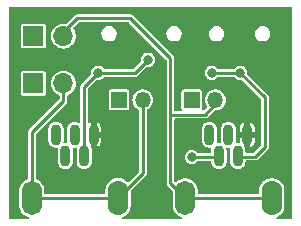
<source format=gbr>
%TF.GenerationSoftware,KiCad,Pcbnew,8.0.1*%
%TF.CreationDate,2024-04-23T13:44:48-04:00*%
%TF.ProjectId,HearingProbeBoard,48656172-696e-4675-9072-6f6265426f61,rev?*%
%TF.SameCoordinates,Original*%
%TF.FileFunction,Copper,L1,Top*%
%TF.FilePolarity,Positive*%
%FSLAX46Y46*%
G04 Gerber Fmt 4.6, Leading zero omitted, Abs format (unit mm)*
G04 Created by KiCad (PCBNEW 8.0.1) date 2024-04-23 13:44:48*
%MOMM*%
%LPD*%
G01*
G04 APERTURE LIST*
%TA.AperFunction,ComponentPad*%
%ADD10R,1.700000X1.700000*%
%TD*%
%TA.AperFunction,ComponentPad*%
%ADD11O,1.700000X1.700000*%
%TD*%
%TA.AperFunction,ComponentPad*%
%ADD12R,1.350000X1.350000*%
%TD*%
%TA.AperFunction,ComponentPad*%
%ADD13O,1.350000X1.350000*%
%TD*%
%TA.AperFunction,ComponentPad*%
%ADD14O,0.900000X1.800000*%
%TD*%
%TA.AperFunction,ComponentPad*%
%ADD15O,1.700000X2.900000*%
%TD*%
%TA.AperFunction,ComponentPad*%
%ADD16O,1.750000X2.950000*%
%TD*%
%TA.AperFunction,ViaPad*%
%ADD17C,0.800000*%
%TD*%
%TA.AperFunction,Conductor*%
%ADD18C,0.250000*%
%TD*%
G04 APERTURE END LIST*
D10*
%TO.P,J3,1,Pin_1*%
%TO.N,/SPK1+*%
X121600000Y-101500000D03*
D11*
%TO.P,J3,2,Pin_2*%
%TO.N,/SPK1-*%
X124140000Y-101500000D03*
%TD*%
D12*
%TO.P,J6,1,Pin_1*%
%TO.N,/SPK2+*%
X135000000Y-102900000D03*
D13*
%TO.P,J6,2,Pin_2*%
%TO.N,/SPK2-*%
X137000000Y-102900000D03*
%TD*%
D12*
%TO.P,J5,1,Pin_1*%
%TO.N,/SPK1+*%
X128850000Y-102900000D03*
D13*
%TO.P,J5,2,Pin_2*%
%TO.N,/SPK1-*%
X130850000Y-102900000D03*
%TD*%
D10*
%TO.P,J4,1,Pin_1*%
%TO.N,/SPK2+*%
X121600000Y-97500000D03*
D11*
%TO.P,J4,2,Pin_2*%
%TO.N,/SPK2-*%
X124140000Y-97500000D03*
%TD*%
D14*
%TO.P,J2,1,VBUS*%
%TO.N,VDD*%
X139700000Y-105850000D03*
%TO.P,J2,2,D-*%
%TO.N,/CLK_2*%
X138900000Y-107650000D03*
%TO.P,J2,3,D+*%
%TO.N,/DAT_2*%
X138100000Y-105850000D03*
%TO.P,J2,4,ID*%
%TO.N,/SPK2+*%
X137300000Y-107650000D03*
%TO.P,J2,5,GND*%
%TO.N,GND*%
X136500000Y-105850000D03*
D15*
%TO.P,J2,6,Shield*%
%TO.N,/SPK2-*%
X134450000Y-111200000D03*
D16*
X141775000Y-111225000D03*
%TD*%
D14*
%TO.P,J1,1,VBUS*%
%TO.N,VDD*%
X126700000Y-105850000D03*
%TO.P,J1,2,D-*%
%TO.N,/CLK_1*%
X125900000Y-107650000D03*
%TO.P,J1,3,D+*%
%TO.N,/DAT_1*%
X125100000Y-105850000D03*
%TO.P,J1,4,ID*%
%TO.N,/SPK1+*%
X124300000Y-107650000D03*
%TO.P,J1,5,GND*%
%TO.N,GND*%
X123500000Y-105850000D03*
D15*
%TO.P,J1,6,Shield*%
%TO.N,/SPK1-*%
X121450000Y-111200000D03*
D16*
X128750000Y-111200000D03*
%TD*%
D17*
%TO.N,VDD*%
X135300000Y-100600000D03*
X130300000Y-98800000D03*
X142100000Y-100900000D03*
%TO.N,/CLK_1*%
X127100000Y-100600000D03*
X131300000Y-99500000D03*
%TO.N,/CLK_2*%
X139100000Y-100600000D03*
X136700000Y-100600000D03*
%TO.N,/SPK2+*%
X135000000Y-107750000D03*
%TD*%
D18*
%TO.N,/CLK_1*%
X130200000Y-100600000D02*
X131300000Y-99500000D01*
X127100000Y-100600000D02*
X130200000Y-100600000D01*
X125900000Y-101800000D02*
X127100000Y-100600000D01*
X125900000Y-107350000D02*
X125900000Y-101800000D01*
%TO.N,/SPK1-*%
X121450000Y-111200000D02*
X128750000Y-111200000D01*
X130850000Y-109100000D02*
X130850000Y-102900000D01*
X128750000Y-111200000D02*
X130850000Y-109100000D01*
X124140000Y-102960000D02*
X124140000Y-101500000D01*
X121450000Y-105650000D02*
X124140000Y-102960000D01*
X121450000Y-111200000D02*
X121450000Y-105650000D01*
%TO.N,/CLK_2*%
X139250000Y-107700000D02*
X140400000Y-107700000D01*
X140400000Y-107700000D02*
X141200000Y-106900000D01*
X138900000Y-107350000D02*
X139250000Y-107700000D01*
X141200000Y-102700000D02*
X139100000Y-100600000D01*
X139100000Y-100600000D02*
X136700000Y-100600000D01*
X141200000Y-106900000D02*
X141200000Y-102700000D01*
%TO.N,/SPK2+*%
X137300000Y-107350000D02*
X136900000Y-107750000D01*
X136900000Y-107750000D02*
X135000000Y-107750000D01*
%TO.N,/SPK2-*%
X141750000Y-111200000D02*
X134450000Y-111200000D01*
X134450000Y-111200000D02*
X133200000Y-109950000D01*
X133200000Y-99400000D02*
X129800000Y-96000000D01*
X129800000Y-96000000D02*
X125300000Y-96000000D01*
X137000000Y-102900000D02*
X137000000Y-103250000D01*
X125300000Y-96000000D02*
X124140000Y-97160000D01*
X137000000Y-103250000D02*
X136100000Y-104150000D01*
X133200000Y-109950000D02*
X133200000Y-104150000D01*
X133200000Y-104150000D02*
X133200000Y-99400000D01*
X124140000Y-97160000D02*
X124140000Y-97500000D01*
X136100000Y-104150000D02*
X133200000Y-104150000D01*
%TD*%
%TA.AperFunction,Conductor*%
%TO.N,VDD*%
G36*
X143459191Y-95018907D02*
G01*
X143495155Y-95068407D01*
X143500000Y-95099000D01*
X143500000Y-112901000D01*
X143481093Y-112959191D01*
X143431593Y-112995155D01*
X143401000Y-113000000D01*
X142250289Y-113000000D01*
X142192098Y-112981093D01*
X142156134Y-112931593D01*
X142156134Y-112870407D01*
X142192098Y-112820907D01*
X142205335Y-112812794D01*
X142338685Y-112744850D01*
X142475641Y-112645346D01*
X142595346Y-112525641D01*
X142694850Y-112388685D01*
X142771705Y-112237849D01*
X142824018Y-112076847D01*
X142827978Y-112051847D01*
X142850500Y-111909647D01*
X142850500Y-110540352D01*
X142824019Y-110373157D01*
X142771706Y-110212155D01*
X142771705Y-110212151D01*
X142694850Y-110061315D01*
X142595346Y-109924359D01*
X142475641Y-109804654D01*
X142338685Y-109705150D01*
X142338684Y-109705149D01*
X142338682Y-109705148D01*
X142267851Y-109669058D01*
X142187849Y-109628295D01*
X142187846Y-109628294D01*
X142187844Y-109628293D01*
X142026842Y-109575980D01*
X141859647Y-109549500D01*
X141859644Y-109549500D01*
X141690356Y-109549500D01*
X141690353Y-109549500D01*
X141523157Y-109575980D01*
X141362155Y-109628293D01*
X141211317Y-109705148D01*
X141142837Y-109754902D01*
X141074359Y-109804654D01*
X140954654Y-109924359D01*
X140952721Y-109927020D01*
X140855148Y-110061317D01*
X140778293Y-110212155D01*
X140725980Y-110373157D01*
X140699500Y-110540352D01*
X140699500Y-110775500D01*
X140680593Y-110833691D01*
X140631093Y-110869655D01*
X140600500Y-110874500D01*
X135599500Y-110874500D01*
X135541309Y-110855593D01*
X135505345Y-110806093D01*
X135500500Y-110775500D01*
X135500500Y-110496536D01*
X135500499Y-110496532D01*
X135475958Y-110373157D01*
X135460130Y-110293580D01*
X135380941Y-110102402D01*
X135265977Y-109930345D01*
X135119655Y-109784023D01*
X135119651Y-109784020D01*
X134947597Y-109669058D01*
X134756418Y-109589869D01*
X134553467Y-109549500D01*
X134553465Y-109549500D01*
X134346535Y-109549500D01*
X134346532Y-109549500D01*
X134143581Y-109589869D01*
X133952402Y-109669058D01*
X133780345Y-109784022D01*
X133707350Y-109857016D01*
X133652833Y-109884793D01*
X133592401Y-109875221D01*
X133567343Y-109857016D01*
X133554496Y-109844169D01*
X133526719Y-109789652D01*
X133525500Y-109774165D01*
X133525500Y-107750000D01*
X134394318Y-107750000D01*
X134414955Y-107906758D01*
X134414957Y-107906766D01*
X134475462Y-108052838D01*
X134475462Y-108052839D01*
X134560810Y-108164067D01*
X134571718Y-108178282D01*
X134697159Y-108274536D01*
X134697160Y-108274536D01*
X134697161Y-108274537D01*
X134843233Y-108335042D01*
X134843238Y-108335044D01*
X134960809Y-108350522D01*
X134999999Y-108355682D01*
X135000000Y-108355682D01*
X135000001Y-108355682D01*
X135031352Y-108351554D01*
X135156762Y-108335044D01*
X135302841Y-108274536D01*
X135428282Y-108178282D01*
X135477428Y-108114232D01*
X135527852Y-108079577D01*
X135555970Y-108075500D01*
X136551048Y-108075500D01*
X136609239Y-108094407D01*
X136645203Y-108143907D01*
X136648426Y-108159322D01*
X136648551Y-108159298D01*
X136674499Y-108289742D01*
X136674500Y-108289747D01*
X136723534Y-108408125D01*
X136723538Y-108408133D01*
X136766365Y-108472226D01*
X136794724Y-108514669D01*
X136885331Y-108605276D01*
X136948848Y-108647717D01*
X136991866Y-108676461D01*
X136991870Y-108676463D01*
X136991873Y-108676465D01*
X137110256Y-108725501D01*
X137235931Y-108750500D01*
X137235932Y-108750500D01*
X137364068Y-108750500D01*
X137364069Y-108750500D01*
X137489744Y-108725501D01*
X137608127Y-108676465D01*
X137714669Y-108605276D01*
X137805276Y-108514669D01*
X137876465Y-108408127D01*
X137925501Y-108289744D01*
X137950500Y-108164069D01*
X137950500Y-107135931D01*
X137937149Y-107068813D01*
X137944340Y-107008054D01*
X137985873Y-106963123D01*
X138034247Y-106950500D01*
X138165753Y-106950500D01*
X138223944Y-106969407D01*
X138259908Y-107018907D01*
X138262851Y-107068815D01*
X138249500Y-107135930D01*
X138249500Y-108164069D01*
X138274499Y-108289742D01*
X138274500Y-108289747D01*
X138323534Y-108408125D01*
X138323538Y-108408133D01*
X138366365Y-108472226D01*
X138394724Y-108514669D01*
X138485331Y-108605276D01*
X138548848Y-108647717D01*
X138591866Y-108676461D01*
X138591870Y-108676463D01*
X138591873Y-108676465D01*
X138710256Y-108725501D01*
X138835931Y-108750500D01*
X138835932Y-108750500D01*
X138964068Y-108750500D01*
X138964069Y-108750500D01*
X139089744Y-108725501D01*
X139208127Y-108676465D01*
X139314669Y-108605276D01*
X139405276Y-108514669D01*
X139476465Y-108408127D01*
X139525501Y-108289744D01*
X139550500Y-108164069D01*
X139550500Y-108124500D01*
X139569407Y-108066309D01*
X139618907Y-108030345D01*
X139649500Y-108025500D01*
X140442851Y-108025500D01*
X140442853Y-108025500D01*
X140525639Y-108003318D01*
X140525641Y-108003316D01*
X140525643Y-108003316D01*
X140599857Y-107960468D01*
X140599857Y-107960467D01*
X140599862Y-107960465D01*
X141460465Y-107099862D01*
X141503318Y-107025639D01*
X141525500Y-106942853D01*
X141525500Y-106857147D01*
X141525500Y-102657147D01*
X141503318Y-102574362D01*
X141460465Y-102500138D01*
X141435556Y-102475229D01*
X141399862Y-102439534D01*
X141399862Y-102439535D01*
X139723292Y-100762965D01*
X139695515Y-100708448D01*
X139695143Y-100680045D01*
X139705682Y-100600000D01*
X139685044Y-100443238D01*
X139624537Y-100297161D01*
X139624537Y-100297160D01*
X139528286Y-100171723D01*
X139528285Y-100171722D01*
X139528282Y-100171718D01*
X139528277Y-100171714D01*
X139528276Y-100171713D01*
X139402838Y-100075462D01*
X139256766Y-100014957D01*
X139256758Y-100014955D01*
X139100001Y-99994318D01*
X139099999Y-99994318D01*
X138943241Y-100014955D01*
X138943233Y-100014957D01*
X138797161Y-100075462D01*
X138797160Y-100075462D01*
X138671723Y-100171713D01*
X138671714Y-100171722D01*
X138622572Y-100235767D01*
X138572148Y-100270423D01*
X138544030Y-100274500D01*
X137255970Y-100274500D01*
X137197779Y-100255593D01*
X137177428Y-100235767D01*
X137128285Y-100171722D01*
X137128282Y-100171718D01*
X137128277Y-100171714D01*
X137128276Y-100171713D01*
X137002838Y-100075462D01*
X136856766Y-100014957D01*
X136856758Y-100014955D01*
X136700001Y-99994318D01*
X136699999Y-99994318D01*
X136543241Y-100014955D01*
X136543233Y-100014957D01*
X136397161Y-100075462D01*
X136397160Y-100075462D01*
X136271723Y-100171713D01*
X136271713Y-100171723D01*
X136175462Y-100297160D01*
X136175462Y-100297161D01*
X136114957Y-100443233D01*
X136114955Y-100443241D01*
X136094318Y-100599999D01*
X136094318Y-100600000D01*
X136114955Y-100756758D01*
X136114957Y-100756766D01*
X136175462Y-100902838D01*
X136175462Y-100902839D01*
X136271713Y-101028276D01*
X136271718Y-101028282D01*
X136397159Y-101124536D01*
X136543238Y-101185044D01*
X136660809Y-101200522D01*
X136699999Y-101205682D01*
X136700000Y-101205682D01*
X136700001Y-101205682D01*
X136731352Y-101201554D01*
X136856762Y-101185044D01*
X137002841Y-101124536D01*
X137128282Y-101028282D01*
X137177428Y-100964232D01*
X137227852Y-100929577D01*
X137255970Y-100925500D01*
X138544030Y-100925500D01*
X138602221Y-100944407D01*
X138622570Y-100964231D01*
X138671718Y-101028282D01*
X138797159Y-101124536D01*
X138943238Y-101185044D01*
X139100000Y-101205682D01*
X139180041Y-101195143D01*
X139240198Y-101206292D01*
X139262965Y-101223292D01*
X140845504Y-102805831D01*
X140873281Y-102860348D01*
X140874500Y-102875835D01*
X140874500Y-106724165D01*
X140855593Y-106782356D01*
X140845504Y-106794169D01*
X140294169Y-107345504D01*
X140239652Y-107373281D01*
X140224165Y-107374500D01*
X139649500Y-107374500D01*
X139591309Y-107355593D01*
X139555345Y-107306093D01*
X139550500Y-107275500D01*
X139550500Y-107135932D01*
X139550500Y-107135931D01*
X139525501Y-107010256D01*
X139476465Y-106891873D01*
X139466683Y-106877233D01*
X139450000Y-106822233D01*
X139450000Y-106394975D01*
X139485095Y-106430070D01*
X139564905Y-106476148D01*
X139653922Y-106500000D01*
X139746078Y-106500000D01*
X139835095Y-106476148D01*
X139914905Y-106430070D01*
X139950000Y-106394975D01*
X139950000Y-106900000D01*
X140007887Y-106876023D01*
X140114347Y-106804890D01*
X140204890Y-106714347D01*
X140276022Y-106607889D01*
X140325019Y-106489601D01*
X140325021Y-106489595D01*
X140349999Y-106364021D01*
X140350000Y-106364017D01*
X140350000Y-106100001D01*
X140349999Y-106100000D01*
X140048949Y-106100000D01*
X140026148Y-106014905D01*
X139980070Y-105935095D01*
X139914905Y-105869930D01*
X139835095Y-105823852D01*
X139746078Y-105800000D01*
X139653922Y-105800000D01*
X139564905Y-105823852D01*
X139485095Y-105869930D01*
X139419930Y-105935095D01*
X139373852Y-106014905D01*
X139351051Y-106100000D01*
X139050001Y-106100000D01*
X139050000Y-106100001D01*
X139050000Y-106364022D01*
X139063360Y-106431186D01*
X139056168Y-106491948D01*
X139014635Y-106536877D01*
X138966262Y-106549500D01*
X138834247Y-106549500D01*
X138776056Y-106530593D01*
X138740092Y-106481093D01*
X138737149Y-106431185D01*
X138737371Y-106430070D01*
X138750500Y-106364069D01*
X138750500Y-105599999D01*
X139050000Y-105599999D01*
X139050001Y-105600000D01*
X139449999Y-105600000D01*
X139450000Y-105599999D01*
X139450000Y-104799998D01*
X139950000Y-104799998D01*
X139950000Y-105599999D01*
X139950001Y-105600000D01*
X140349999Y-105600000D01*
X140350000Y-105599999D01*
X140350000Y-105335982D01*
X140349999Y-105335978D01*
X140325021Y-105210404D01*
X140325019Y-105210398D01*
X140276022Y-105092110D01*
X140204890Y-104985652D01*
X140114347Y-104895109D01*
X140007895Y-104823981D01*
X140007890Y-104823978D01*
X139950000Y-104799998D01*
X139450000Y-104799998D01*
X139449999Y-104799998D01*
X139392109Y-104823978D01*
X139392104Y-104823981D01*
X139285652Y-104895109D01*
X139195109Y-104985652D01*
X139123977Y-105092110D01*
X139074980Y-105210398D01*
X139074978Y-105210404D01*
X139050000Y-105335978D01*
X139050000Y-105599999D01*
X138750500Y-105599999D01*
X138750500Y-105335931D01*
X138725501Y-105210256D01*
X138676465Y-105091873D01*
X138676463Y-105091870D01*
X138676461Y-105091866D01*
X138647717Y-105048848D01*
X138605276Y-104985331D01*
X138514669Y-104894724D01*
X138472226Y-104866365D01*
X138408133Y-104823538D01*
X138408125Y-104823534D01*
X138289747Y-104774500D01*
X138289745Y-104774499D01*
X138289744Y-104774499D01*
X138164069Y-104749500D01*
X138035931Y-104749500D01*
X138035930Y-104749500D01*
X137973093Y-104761999D01*
X137910256Y-104774499D01*
X137910255Y-104774499D01*
X137910252Y-104774500D01*
X137791874Y-104823534D01*
X137791866Y-104823538D01*
X137685331Y-104894724D01*
X137685327Y-104894727D01*
X137594727Y-104985327D01*
X137594724Y-104985331D01*
X137523538Y-105091866D01*
X137523534Y-105091874D01*
X137474500Y-105210252D01*
X137474499Y-105210257D01*
X137449500Y-105335930D01*
X137449500Y-106364069D01*
X137462851Y-106431185D01*
X137455660Y-106491946D01*
X137414127Y-106536877D01*
X137365753Y-106549500D01*
X137234247Y-106549500D01*
X137176056Y-106530593D01*
X137140092Y-106481093D01*
X137137149Y-106431185D01*
X137137371Y-106430070D01*
X137150500Y-106364069D01*
X137150500Y-105335931D01*
X137125501Y-105210256D01*
X137076465Y-105091873D01*
X137076463Y-105091870D01*
X137076461Y-105091866D01*
X137047717Y-105048848D01*
X137005276Y-104985331D01*
X136914669Y-104894724D01*
X136872226Y-104866365D01*
X136808133Y-104823538D01*
X136808125Y-104823534D01*
X136689747Y-104774500D01*
X136689745Y-104774499D01*
X136689744Y-104774499D01*
X136564069Y-104749500D01*
X136435931Y-104749500D01*
X136435930Y-104749500D01*
X136373093Y-104761999D01*
X136310256Y-104774499D01*
X136310255Y-104774499D01*
X136310252Y-104774500D01*
X136191874Y-104823534D01*
X136191866Y-104823538D01*
X136085331Y-104894724D01*
X136085327Y-104894727D01*
X135994727Y-104985327D01*
X135994724Y-104985331D01*
X135923538Y-105091866D01*
X135923534Y-105091874D01*
X135874500Y-105210252D01*
X135874499Y-105210255D01*
X135874499Y-105210256D01*
X135849500Y-105335931D01*
X135849500Y-106364069D01*
X135874469Y-106489595D01*
X135874499Y-106489742D01*
X135874500Y-106489747D01*
X135923534Y-106608125D01*
X135923538Y-106608133D01*
X135933830Y-106623535D01*
X135994724Y-106714669D01*
X136085331Y-106805276D01*
X136148848Y-106847717D01*
X136191866Y-106876461D01*
X136191870Y-106876463D01*
X136191873Y-106876465D01*
X136310256Y-106925501D01*
X136435931Y-106950500D01*
X136435932Y-106950500D01*
X136565753Y-106950500D01*
X136623944Y-106969407D01*
X136659908Y-107018907D01*
X136662851Y-107068815D01*
X136649500Y-107135930D01*
X136649500Y-107325500D01*
X136630593Y-107383691D01*
X136581093Y-107419655D01*
X136550500Y-107424500D01*
X135555970Y-107424500D01*
X135497779Y-107405593D01*
X135477428Y-107385767D01*
X135446533Y-107345504D01*
X135428282Y-107321718D01*
X135428277Y-107321714D01*
X135428276Y-107321713D01*
X135302838Y-107225462D01*
X135156766Y-107164957D01*
X135156758Y-107164955D01*
X135000001Y-107144318D01*
X134999999Y-107144318D01*
X134843241Y-107164955D01*
X134843233Y-107164957D01*
X134697161Y-107225462D01*
X134697160Y-107225462D01*
X134571723Y-107321713D01*
X134571713Y-107321723D01*
X134475462Y-107447160D01*
X134475462Y-107447161D01*
X134414957Y-107593233D01*
X134414955Y-107593241D01*
X134394318Y-107749999D01*
X134394318Y-107750000D01*
X133525500Y-107750000D01*
X133525500Y-104574500D01*
X133544407Y-104516309D01*
X133593907Y-104480345D01*
X133624500Y-104475500D01*
X136142851Y-104475500D01*
X136142853Y-104475500D01*
X136225639Y-104453318D01*
X136225641Y-104453316D01*
X136225643Y-104453316D01*
X136299857Y-104410468D01*
X136299857Y-104410467D01*
X136299862Y-104410465D01*
X136905831Y-103804496D01*
X136960348Y-103776719D01*
X136975835Y-103775500D01*
X137092017Y-103775500D01*
X137092019Y-103775500D01*
X137272034Y-103737236D01*
X137440161Y-103662381D01*
X137589050Y-103554207D01*
X137712195Y-103417440D01*
X137804214Y-103258059D01*
X137861085Y-103083029D01*
X137880322Y-102900000D01*
X137861085Y-102716971D01*
X137804214Y-102541941D01*
X137804211Y-102541936D01*
X137804209Y-102541931D01*
X137756935Y-102460052D01*
X137712195Y-102382560D01*
X137589050Y-102245793D01*
X137440161Y-102137619D01*
X137440157Y-102137617D01*
X137440154Y-102137615D01*
X137272036Y-102062765D01*
X137272034Y-102062764D01*
X137272031Y-102062763D01*
X137272030Y-102062763D01*
X137225135Y-102052795D01*
X137092019Y-102024500D01*
X136907981Y-102024500D01*
X136810797Y-102045157D01*
X136727969Y-102062763D01*
X136727963Y-102062765D01*
X136559845Y-102137615D01*
X136559842Y-102137617D01*
X136410948Y-102245794D01*
X136287803Y-102382562D01*
X136287803Y-102382563D01*
X136195790Y-102541931D01*
X136195784Y-102541945D01*
X136138916Y-102716965D01*
X136138915Y-102716969D01*
X136138915Y-102716971D01*
X136127543Y-102825173D01*
X136119678Y-102900000D01*
X136138916Y-103083034D01*
X136195784Y-103258054D01*
X136195790Y-103258068D01*
X136280724Y-103405176D01*
X136293446Y-103465024D01*
X136268560Y-103520920D01*
X136264992Y-103524680D01*
X136023058Y-103766614D01*
X135968541Y-103794391D01*
X135908109Y-103784820D01*
X135864844Y-103741555D01*
X135855273Y-103681123D01*
X135861592Y-103658719D01*
X135863860Y-103653240D01*
X135863867Y-103653231D01*
X135875500Y-103594748D01*
X135875500Y-102205252D01*
X135863867Y-102146769D01*
X135819552Y-102080448D01*
X135793088Y-102062765D01*
X135753233Y-102036134D01*
X135753231Y-102036133D01*
X135753228Y-102036132D01*
X135753227Y-102036132D01*
X135694758Y-102024501D01*
X135694748Y-102024500D01*
X134305252Y-102024500D01*
X134305251Y-102024500D01*
X134305241Y-102024501D01*
X134246772Y-102036132D01*
X134246766Y-102036134D01*
X134180451Y-102080445D01*
X134180445Y-102080451D01*
X134136134Y-102146766D01*
X134136132Y-102146772D01*
X134124501Y-102205241D01*
X134124500Y-102205253D01*
X134124500Y-103594746D01*
X134124501Y-103594758D01*
X134136131Y-103653223D01*
X134136133Y-103653231D01*
X134147671Y-103670499D01*
X134164280Y-103729385D01*
X134143103Y-103786789D01*
X134092230Y-103820783D01*
X134065356Y-103824500D01*
X133624500Y-103824500D01*
X133566309Y-103805593D01*
X133530345Y-103756093D01*
X133525500Y-103725500D01*
X133525500Y-99357148D01*
X133525500Y-99357147D01*
X133503318Y-99274362D01*
X133503318Y-99274361D01*
X133503318Y-99274360D01*
X133460468Y-99200142D01*
X133460466Y-99200140D01*
X133460465Y-99200138D01*
X131624396Y-97364069D01*
X132849500Y-97364069D01*
X132874499Y-97489742D01*
X132874500Y-97489747D01*
X132923534Y-97608125D01*
X132923538Y-97608133D01*
X132966365Y-97672226D01*
X132994724Y-97714669D01*
X133085331Y-97805276D01*
X133148848Y-97847717D01*
X133191866Y-97876461D01*
X133191870Y-97876463D01*
X133191873Y-97876465D01*
X133310256Y-97925501D01*
X133435931Y-97950500D01*
X133435932Y-97950500D01*
X133564068Y-97950500D01*
X133564069Y-97950500D01*
X133689744Y-97925501D01*
X133808127Y-97876465D01*
X133914669Y-97805276D01*
X134005276Y-97714669D01*
X134076465Y-97608127D01*
X134125501Y-97489744D01*
X134150500Y-97364069D01*
X136449500Y-97364069D01*
X136474499Y-97489742D01*
X136474500Y-97489747D01*
X136523534Y-97608125D01*
X136523538Y-97608133D01*
X136566365Y-97672226D01*
X136594724Y-97714669D01*
X136685331Y-97805276D01*
X136748848Y-97847717D01*
X136791866Y-97876461D01*
X136791870Y-97876463D01*
X136791873Y-97876465D01*
X136910256Y-97925501D01*
X137035931Y-97950500D01*
X137035932Y-97950500D01*
X137164068Y-97950500D01*
X137164069Y-97950500D01*
X137289744Y-97925501D01*
X137408127Y-97876465D01*
X137514669Y-97805276D01*
X137605276Y-97714669D01*
X137676465Y-97608127D01*
X137725501Y-97489744D01*
X137750500Y-97364069D01*
X140349500Y-97364069D01*
X140374499Y-97489742D01*
X140374500Y-97489747D01*
X140423534Y-97608125D01*
X140423538Y-97608133D01*
X140466365Y-97672226D01*
X140494724Y-97714669D01*
X140585331Y-97805276D01*
X140648848Y-97847717D01*
X140691866Y-97876461D01*
X140691870Y-97876463D01*
X140691873Y-97876465D01*
X140810256Y-97925501D01*
X140935931Y-97950500D01*
X140935932Y-97950500D01*
X141064068Y-97950500D01*
X141064069Y-97950500D01*
X141189744Y-97925501D01*
X141308127Y-97876465D01*
X141414669Y-97805276D01*
X141505276Y-97714669D01*
X141576465Y-97608127D01*
X141625501Y-97489744D01*
X141650500Y-97364069D01*
X141650500Y-97235931D01*
X141625501Y-97110256D01*
X141576465Y-96991873D01*
X141576463Y-96991870D01*
X141576461Y-96991866D01*
X141524129Y-96913547D01*
X141505276Y-96885331D01*
X141414669Y-96794724D01*
X141353108Y-96753590D01*
X141308133Y-96723538D01*
X141308125Y-96723534D01*
X141189747Y-96674500D01*
X141189745Y-96674499D01*
X141189744Y-96674499D01*
X141064069Y-96649500D01*
X140935931Y-96649500D01*
X140935930Y-96649500D01*
X140873093Y-96661999D01*
X140810256Y-96674499D01*
X140810255Y-96674499D01*
X140810252Y-96674500D01*
X140691874Y-96723534D01*
X140691866Y-96723538D01*
X140585331Y-96794724D01*
X140585327Y-96794727D01*
X140494727Y-96885327D01*
X140494724Y-96885331D01*
X140423538Y-96991866D01*
X140423534Y-96991874D01*
X140374500Y-97110252D01*
X140374499Y-97110257D01*
X140349500Y-97235930D01*
X140349500Y-97364069D01*
X137750500Y-97364069D01*
X137750500Y-97235931D01*
X137725501Y-97110256D01*
X137676465Y-96991873D01*
X137676463Y-96991870D01*
X137676461Y-96991866D01*
X137624129Y-96913547D01*
X137605276Y-96885331D01*
X137514669Y-96794724D01*
X137453108Y-96753590D01*
X137408133Y-96723538D01*
X137408125Y-96723534D01*
X137289747Y-96674500D01*
X137289745Y-96674499D01*
X137289744Y-96674499D01*
X137164069Y-96649500D01*
X137035931Y-96649500D01*
X137035930Y-96649500D01*
X136973093Y-96661999D01*
X136910256Y-96674499D01*
X136910255Y-96674499D01*
X136910252Y-96674500D01*
X136791874Y-96723534D01*
X136791866Y-96723538D01*
X136685331Y-96794724D01*
X136685327Y-96794727D01*
X136594727Y-96885327D01*
X136594724Y-96885331D01*
X136523538Y-96991866D01*
X136523534Y-96991874D01*
X136474500Y-97110252D01*
X136474499Y-97110257D01*
X136449500Y-97235930D01*
X136449500Y-97364069D01*
X134150500Y-97364069D01*
X134150500Y-97235931D01*
X134125501Y-97110256D01*
X134076465Y-96991873D01*
X134076463Y-96991870D01*
X134076461Y-96991866D01*
X134024129Y-96913547D01*
X134005276Y-96885331D01*
X133914669Y-96794724D01*
X133853108Y-96753590D01*
X133808133Y-96723538D01*
X133808125Y-96723534D01*
X133689747Y-96674500D01*
X133689745Y-96674499D01*
X133689744Y-96674499D01*
X133564069Y-96649500D01*
X133435931Y-96649500D01*
X133435930Y-96649500D01*
X133373093Y-96661999D01*
X133310256Y-96674499D01*
X133310255Y-96674499D01*
X133310252Y-96674500D01*
X133191874Y-96723534D01*
X133191866Y-96723538D01*
X133085331Y-96794724D01*
X133085327Y-96794727D01*
X132994727Y-96885327D01*
X132994724Y-96885331D01*
X132923538Y-96991866D01*
X132923534Y-96991874D01*
X132874500Y-97110252D01*
X132874499Y-97110257D01*
X132849500Y-97235930D01*
X132849500Y-97364069D01*
X131624396Y-97364069D01*
X129999862Y-95739535D01*
X129999859Y-95739533D01*
X129999857Y-95739531D01*
X129925642Y-95696683D01*
X129925644Y-95696683D01*
X129893521Y-95688076D01*
X129842853Y-95674500D01*
X129842851Y-95674500D01*
X125348932Y-95674500D01*
X125348916Y-95674499D01*
X125342853Y-95674499D01*
X125257147Y-95674499D01*
X125257144Y-95674499D01*
X125174361Y-95696681D01*
X125150834Y-95710265D01*
X125137250Y-95718108D01*
X125113721Y-95731692D01*
X125100137Y-95739535D01*
X125039534Y-95800137D01*
X125039535Y-95800138D01*
X125039533Y-95800140D01*
X125039532Y-95800140D01*
X124405476Y-96434194D01*
X124350960Y-96461971D01*
X124325769Y-96462713D01*
X124140003Y-96444417D01*
X124139997Y-96444417D01*
X123934070Y-96464698D01*
X123934065Y-96464699D01*
X123736045Y-96524768D01*
X123553547Y-96622316D01*
X123393595Y-96753585D01*
X123393585Y-96753595D01*
X123262316Y-96913547D01*
X123164768Y-97096045D01*
X123104699Y-97294065D01*
X123104698Y-97294070D01*
X123084417Y-97499996D01*
X123084417Y-97500003D01*
X123104698Y-97705929D01*
X123104699Y-97705934D01*
X123164768Y-97903954D01*
X123262316Y-98086452D01*
X123393585Y-98246404D01*
X123393590Y-98246410D01*
X123393595Y-98246414D01*
X123553547Y-98377683D01*
X123553548Y-98377683D01*
X123553550Y-98377685D01*
X123736046Y-98475232D01*
X123873997Y-98517078D01*
X123934065Y-98535300D01*
X123934070Y-98535301D01*
X124139997Y-98555583D01*
X124140000Y-98555583D01*
X124140003Y-98555583D01*
X124345929Y-98535301D01*
X124345934Y-98535300D01*
X124543954Y-98475232D01*
X124726450Y-98377685D01*
X124886410Y-98246410D01*
X125017685Y-98086450D01*
X125115232Y-97903954D01*
X125175300Y-97705934D01*
X125175301Y-97705929D01*
X125195583Y-97500003D01*
X125195583Y-97499996D01*
X125182195Y-97364069D01*
X127349500Y-97364069D01*
X127374499Y-97489742D01*
X127374500Y-97489747D01*
X127423534Y-97608125D01*
X127423538Y-97608133D01*
X127466365Y-97672226D01*
X127494724Y-97714669D01*
X127585331Y-97805276D01*
X127648848Y-97847717D01*
X127691866Y-97876461D01*
X127691870Y-97876463D01*
X127691873Y-97876465D01*
X127810256Y-97925501D01*
X127935931Y-97950500D01*
X127935932Y-97950500D01*
X128064068Y-97950500D01*
X128064069Y-97950500D01*
X128189744Y-97925501D01*
X128308127Y-97876465D01*
X128414669Y-97805276D01*
X128505276Y-97714669D01*
X128576465Y-97608127D01*
X128625501Y-97489744D01*
X128650500Y-97364069D01*
X128650500Y-97235931D01*
X128625501Y-97110256D01*
X128576465Y-96991873D01*
X128576463Y-96991870D01*
X128576461Y-96991866D01*
X128524129Y-96913547D01*
X128505276Y-96885331D01*
X128414669Y-96794724D01*
X128353108Y-96753590D01*
X128308133Y-96723538D01*
X128308125Y-96723534D01*
X128189747Y-96674500D01*
X128189745Y-96674499D01*
X128189744Y-96674499D01*
X128064069Y-96649500D01*
X127935931Y-96649500D01*
X127935930Y-96649500D01*
X127873093Y-96661999D01*
X127810256Y-96674499D01*
X127810255Y-96674499D01*
X127810252Y-96674500D01*
X127691874Y-96723534D01*
X127691866Y-96723538D01*
X127585331Y-96794724D01*
X127585327Y-96794727D01*
X127494727Y-96885327D01*
X127494724Y-96885331D01*
X127423538Y-96991866D01*
X127423534Y-96991874D01*
X127374500Y-97110252D01*
X127374499Y-97110257D01*
X127349500Y-97235930D01*
X127349500Y-97364069D01*
X125182195Y-97364069D01*
X125175301Y-97294070D01*
X125175300Y-97294065D01*
X125157078Y-97233997D01*
X125115232Y-97096046D01*
X125017685Y-96913550D01*
X124997569Y-96889038D01*
X124975270Y-96832061D01*
X124990719Y-96772859D01*
X125004095Y-96756230D01*
X125405831Y-96354496D01*
X125460347Y-96326719D01*
X125475834Y-96325500D01*
X129624165Y-96325500D01*
X129682356Y-96344407D01*
X129694169Y-96354496D01*
X132845504Y-99505831D01*
X132873281Y-99560348D01*
X132874500Y-99575835D01*
X132874500Y-104107147D01*
X132874500Y-109907147D01*
X132874500Y-109992853D01*
X132886146Y-110036317D01*
X132896683Y-110075643D01*
X132939531Y-110149857D01*
X132939533Y-110149859D01*
X132939535Y-110149862D01*
X133370505Y-110580832D01*
X133398281Y-110635347D01*
X133399500Y-110650834D01*
X133399500Y-111903467D01*
X133439869Y-112106418D01*
X133519058Y-112297597D01*
X133579919Y-112388682D01*
X133634023Y-112469655D01*
X133780345Y-112615977D01*
X133952402Y-112730941D01*
X134142147Y-112809536D01*
X134188672Y-112849273D01*
X134202956Y-112908767D01*
X134179541Y-112965295D01*
X134127372Y-112997265D01*
X134104261Y-113000000D01*
X129162234Y-113000000D01*
X129104043Y-112981093D01*
X129068079Y-112931593D01*
X129068079Y-112870407D01*
X129104043Y-112820907D01*
X129131641Y-112806845D01*
X129162849Y-112796705D01*
X129313685Y-112719850D01*
X129450641Y-112620346D01*
X129570346Y-112500641D01*
X129669850Y-112363685D01*
X129746705Y-112212849D01*
X129799018Y-112051847D01*
X129821540Y-111909647D01*
X129825500Y-111884647D01*
X129825500Y-110625834D01*
X129844407Y-110567643D01*
X129854490Y-110555836D01*
X131110465Y-109299862D01*
X131153317Y-109225639D01*
X131153318Y-109225638D01*
X131175500Y-109142853D01*
X131175500Y-103777722D01*
X131194407Y-103719531D01*
X131234230Y-103687282D01*
X131290161Y-103662381D01*
X131439050Y-103554207D01*
X131562195Y-103417440D01*
X131654214Y-103258059D01*
X131711085Y-103083029D01*
X131730322Y-102900000D01*
X131711085Y-102716971D01*
X131654214Y-102541941D01*
X131654211Y-102541936D01*
X131654209Y-102541931D01*
X131606935Y-102460052D01*
X131562195Y-102382560D01*
X131439050Y-102245793D01*
X131290161Y-102137619D01*
X131290157Y-102137617D01*
X131290154Y-102137615D01*
X131122036Y-102062765D01*
X131122034Y-102062764D01*
X131122031Y-102062763D01*
X131122030Y-102062763D01*
X131075135Y-102052795D01*
X130942019Y-102024500D01*
X130757981Y-102024500D01*
X130660797Y-102045157D01*
X130577969Y-102062763D01*
X130577963Y-102062765D01*
X130409845Y-102137615D01*
X130409842Y-102137617D01*
X130260948Y-102245794D01*
X130137803Y-102382562D01*
X130137803Y-102382563D01*
X130045790Y-102541931D01*
X130045784Y-102541945D01*
X129988916Y-102716965D01*
X129988915Y-102716969D01*
X129988915Y-102716971D01*
X129977543Y-102825173D01*
X129969678Y-102900000D01*
X129988916Y-103083034D01*
X130045784Y-103258054D01*
X130045790Y-103258068D01*
X130118893Y-103384684D01*
X130137805Y-103417440D01*
X130260950Y-103554207D01*
X130409839Y-103662381D01*
X130465768Y-103687282D01*
X130511236Y-103728221D01*
X130524500Y-103777722D01*
X130524500Y-108924164D01*
X130505593Y-108982355D01*
X130495504Y-108994168D01*
X129650333Y-109839339D01*
X129595816Y-109867116D01*
X129535384Y-109857545D01*
X129510328Y-109839341D01*
X129450641Y-109779654D01*
X129313685Y-109680150D01*
X129313684Y-109680149D01*
X129313682Y-109680148D01*
X129211910Y-109628293D01*
X129162849Y-109603295D01*
X129162846Y-109603294D01*
X129162844Y-109603293D01*
X129001842Y-109550980D01*
X128834647Y-109524500D01*
X128834644Y-109524500D01*
X128665356Y-109524500D01*
X128665353Y-109524500D01*
X128498157Y-109550980D01*
X128337155Y-109603293D01*
X128186317Y-109680148D01*
X128151908Y-109705148D01*
X128049359Y-109779654D01*
X127929654Y-109899359D01*
X127879902Y-109967837D01*
X127830148Y-110036317D01*
X127753293Y-110187155D01*
X127700980Y-110348157D01*
X127674500Y-110515352D01*
X127674500Y-110775500D01*
X127655593Y-110833691D01*
X127606093Y-110869655D01*
X127575500Y-110874500D01*
X122599500Y-110874500D01*
X122541309Y-110855593D01*
X122505345Y-110806093D01*
X122500500Y-110775500D01*
X122500500Y-110496536D01*
X122500499Y-110496532D01*
X122475958Y-110373157D01*
X122460130Y-110293580D01*
X122380941Y-110102402D01*
X122265977Y-109930345D01*
X122119655Y-109784023D01*
X122119651Y-109784020D01*
X121947597Y-109669058D01*
X121836614Y-109623087D01*
X121790088Y-109583350D01*
X121775500Y-109531623D01*
X121775500Y-106364069D01*
X122849500Y-106364069D01*
X122874469Y-106489595D01*
X122874499Y-106489742D01*
X122874500Y-106489747D01*
X122923534Y-106608125D01*
X122923538Y-106608133D01*
X122933830Y-106623535D01*
X122994724Y-106714669D01*
X123085331Y-106805276D01*
X123148848Y-106847717D01*
X123191866Y-106876461D01*
X123191870Y-106876463D01*
X123191873Y-106876465D01*
X123310256Y-106925501D01*
X123435931Y-106950500D01*
X123435932Y-106950500D01*
X123565753Y-106950500D01*
X123623944Y-106969407D01*
X123659908Y-107018907D01*
X123662851Y-107068815D01*
X123649500Y-107135930D01*
X123649500Y-108164069D01*
X123674499Y-108289742D01*
X123674500Y-108289747D01*
X123723534Y-108408125D01*
X123723538Y-108408133D01*
X123766365Y-108472226D01*
X123794724Y-108514669D01*
X123885331Y-108605276D01*
X123948848Y-108647717D01*
X123991866Y-108676461D01*
X123991870Y-108676463D01*
X123991873Y-108676465D01*
X124110256Y-108725501D01*
X124235931Y-108750500D01*
X124235932Y-108750500D01*
X124364068Y-108750500D01*
X124364069Y-108750500D01*
X124489744Y-108725501D01*
X124608127Y-108676465D01*
X124714669Y-108605276D01*
X124805276Y-108514669D01*
X124876465Y-108408127D01*
X124925501Y-108289744D01*
X124950500Y-108164069D01*
X124950500Y-107135931D01*
X124937149Y-107068813D01*
X124944340Y-107008054D01*
X124985873Y-106963123D01*
X125034247Y-106950500D01*
X125165753Y-106950500D01*
X125223944Y-106969407D01*
X125259908Y-107018907D01*
X125262851Y-107068815D01*
X125249500Y-107135930D01*
X125249500Y-108164069D01*
X125274499Y-108289742D01*
X125274500Y-108289747D01*
X125323534Y-108408125D01*
X125323538Y-108408133D01*
X125366365Y-108472226D01*
X125394724Y-108514669D01*
X125485331Y-108605276D01*
X125548848Y-108647717D01*
X125591866Y-108676461D01*
X125591870Y-108676463D01*
X125591873Y-108676465D01*
X125710256Y-108725501D01*
X125835931Y-108750500D01*
X125835932Y-108750500D01*
X125964068Y-108750500D01*
X125964069Y-108750500D01*
X126089744Y-108725501D01*
X126208127Y-108676465D01*
X126314669Y-108605276D01*
X126405276Y-108514669D01*
X126476465Y-108408127D01*
X126525501Y-108289744D01*
X126550500Y-108164069D01*
X126550500Y-107135931D01*
X126525501Y-107010256D01*
X126476465Y-106891873D01*
X126466683Y-106877233D01*
X126450000Y-106822233D01*
X126450000Y-106394975D01*
X126485095Y-106430070D01*
X126564905Y-106476148D01*
X126653922Y-106500000D01*
X126746078Y-106500000D01*
X126835095Y-106476148D01*
X126914905Y-106430070D01*
X126950000Y-106394975D01*
X126950000Y-106900000D01*
X127007887Y-106876023D01*
X127114347Y-106804890D01*
X127204890Y-106714347D01*
X127276022Y-106607889D01*
X127325019Y-106489601D01*
X127325021Y-106489595D01*
X127349999Y-106364021D01*
X127350000Y-106364017D01*
X127350000Y-106100001D01*
X127349999Y-106100000D01*
X127048949Y-106100000D01*
X127026148Y-106014905D01*
X126980070Y-105935095D01*
X126914905Y-105869930D01*
X126835095Y-105823852D01*
X126746078Y-105800000D01*
X126653922Y-105800000D01*
X126564905Y-105823852D01*
X126485095Y-105869930D01*
X126450000Y-105905025D01*
X126450000Y-104799998D01*
X126950000Y-104799998D01*
X126950000Y-105599999D01*
X126950001Y-105600000D01*
X127349999Y-105600000D01*
X127350000Y-105599999D01*
X127350000Y-105335982D01*
X127349999Y-105335978D01*
X127325021Y-105210404D01*
X127325019Y-105210398D01*
X127276022Y-105092110D01*
X127204890Y-104985652D01*
X127114347Y-104895109D01*
X127007895Y-104823981D01*
X127007890Y-104823978D01*
X126950000Y-104799998D01*
X126450000Y-104799998D01*
X126449999Y-104799998D01*
X126392109Y-104823978D01*
X126392105Y-104823980D01*
X126379500Y-104832403D01*
X126320611Y-104849010D01*
X126263208Y-104827831D01*
X126229216Y-104776957D01*
X126225500Y-104750086D01*
X126225500Y-103594746D01*
X127974500Y-103594746D01*
X127974501Y-103594758D01*
X127986132Y-103653227D01*
X127986134Y-103653233D01*
X127992249Y-103662384D01*
X128030448Y-103719552D01*
X128096769Y-103763867D01*
X128141231Y-103772711D01*
X128155241Y-103775498D01*
X128155246Y-103775498D01*
X128155252Y-103775500D01*
X128155253Y-103775500D01*
X129544747Y-103775500D01*
X129544748Y-103775500D01*
X129603231Y-103763867D01*
X129669552Y-103719552D01*
X129713867Y-103653231D01*
X129725500Y-103594748D01*
X129725500Y-102205252D01*
X129713867Y-102146769D01*
X129669552Y-102080448D01*
X129643088Y-102062765D01*
X129603233Y-102036134D01*
X129603231Y-102036133D01*
X129603228Y-102036132D01*
X129603227Y-102036132D01*
X129544758Y-102024501D01*
X129544748Y-102024500D01*
X128155252Y-102024500D01*
X128155251Y-102024500D01*
X128155241Y-102024501D01*
X128096772Y-102036132D01*
X128096766Y-102036134D01*
X128030451Y-102080445D01*
X128030445Y-102080451D01*
X127986134Y-102146766D01*
X127986132Y-102146772D01*
X127974501Y-102205241D01*
X127974500Y-102205253D01*
X127974500Y-103594746D01*
X126225500Y-103594746D01*
X126225500Y-101975834D01*
X126244407Y-101917643D01*
X126254490Y-101905836D01*
X126937035Y-101223290D01*
X126991550Y-101195515D01*
X127019953Y-101195143D01*
X127100000Y-101205682D01*
X127256762Y-101185044D01*
X127402841Y-101124536D01*
X127528282Y-101028282D01*
X127577428Y-100964232D01*
X127627852Y-100929577D01*
X127655970Y-100925500D01*
X130242851Y-100925500D01*
X130242853Y-100925500D01*
X130325639Y-100903318D01*
X130325641Y-100903316D01*
X130325643Y-100903316D01*
X130399857Y-100860468D01*
X130399857Y-100860467D01*
X130399862Y-100860465D01*
X131137035Y-100123290D01*
X131191550Y-100095515D01*
X131219953Y-100095143D01*
X131300000Y-100105682D01*
X131456762Y-100085044D01*
X131602841Y-100024536D01*
X131728282Y-99928282D01*
X131824536Y-99802841D01*
X131885044Y-99656762D01*
X131905682Y-99500000D01*
X131885044Y-99343238D01*
X131824537Y-99197161D01*
X131824537Y-99197160D01*
X131728286Y-99071723D01*
X131728285Y-99071722D01*
X131728282Y-99071718D01*
X131728277Y-99071714D01*
X131728276Y-99071713D01*
X131602838Y-98975462D01*
X131456766Y-98914957D01*
X131456758Y-98914955D01*
X131300001Y-98894318D01*
X131299999Y-98894318D01*
X131143241Y-98914955D01*
X131143233Y-98914957D01*
X130997161Y-98975462D01*
X130997160Y-98975462D01*
X130871723Y-99071713D01*
X130871713Y-99071723D01*
X130775462Y-99197160D01*
X130775462Y-99197161D01*
X130714957Y-99343233D01*
X130714955Y-99343241D01*
X130694318Y-99499999D01*
X130694318Y-99500000D01*
X130704855Y-99580039D01*
X130693705Y-99640200D01*
X130676706Y-99662964D01*
X130094169Y-100245503D01*
X130039652Y-100273281D01*
X130024165Y-100274500D01*
X127655970Y-100274500D01*
X127597779Y-100255593D01*
X127577428Y-100235767D01*
X127528285Y-100171722D01*
X127528282Y-100171718D01*
X127528277Y-100171714D01*
X127528276Y-100171713D01*
X127402838Y-100075462D01*
X127256766Y-100014957D01*
X127256758Y-100014955D01*
X127100001Y-99994318D01*
X127099999Y-99994318D01*
X126943241Y-100014955D01*
X126943233Y-100014957D01*
X126797161Y-100075462D01*
X126797160Y-100075462D01*
X126671723Y-100171713D01*
X126671713Y-100171723D01*
X126575462Y-100297160D01*
X126575462Y-100297161D01*
X126514957Y-100443233D01*
X126514955Y-100443241D01*
X126494318Y-100599999D01*
X126494318Y-100600000D01*
X126504855Y-100680039D01*
X126493705Y-100740200D01*
X126476706Y-100762964D01*
X125639535Y-101600137D01*
X125639531Y-101600142D01*
X125596682Y-101674360D01*
X125596681Y-101674360D01*
X125596682Y-101674361D01*
X125574500Y-101757147D01*
X125574500Y-104749485D01*
X125555593Y-104807676D01*
X125506093Y-104843640D01*
X125444907Y-104843640D01*
X125420499Y-104831801D01*
X125408132Y-104823537D01*
X125408125Y-104823534D01*
X125289747Y-104774500D01*
X125289745Y-104774499D01*
X125289744Y-104774499D01*
X125164069Y-104749500D01*
X125035931Y-104749500D01*
X125035930Y-104749500D01*
X124973093Y-104761999D01*
X124910256Y-104774499D01*
X124910255Y-104774499D01*
X124910252Y-104774500D01*
X124791874Y-104823534D01*
X124791866Y-104823538D01*
X124685331Y-104894724D01*
X124685327Y-104894727D01*
X124594727Y-104985327D01*
X124594724Y-104985331D01*
X124523538Y-105091866D01*
X124523534Y-105091874D01*
X124474500Y-105210252D01*
X124474499Y-105210257D01*
X124449500Y-105335930D01*
X124449500Y-106364069D01*
X124462851Y-106431185D01*
X124455660Y-106491946D01*
X124414127Y-106536877D01*
X124365753Y-106549500D01*
X124234247Y-106549500D01*
X124176056Y-106530593D01*
X124140092Y-106481093D01*
X124137149Y-106431185D01*
X124137371Y-106430070D01*
X124150500Y-106364069D01*
X124150500Y-105335931D01*
X124125501Y-105210256D01*
X124076465Y-105091873D01*
X124076463Y-105091870D01*
X124076461Y-105091866D01*
X124047717Y-105048848D01*
X124005276Y-104985331D01*
X123914669Y-104894724D01*
X123872226Y-104866365D01*
X123808133Y-104823538D01*
X123808125Y-104823534D01*
X123689747Y-104774500D01*
X123689745Y-104774499D01*
X123689744Y-104774499D01*
X123564069Y-104749500D01*
X123435931Y-104749500D01*
X123435930Y-104749500D01*
X123373093Y-104761999D01*
X123310256Y-104774499D01*
X123310255Y-104774499D01*
X123310252Y-104774500D01*
X123191874Y-104823534D01*
X123191866Y-104823538D01*
X123085331Y-104894724D01*
X123085327Y-104894727D01*
X122994727Y-104985327D01*
X122994724Y-104985331D01*
X122923538Y-105091866D01*
X122923534Y-105091874D01*
X122874500Y-105210252D01*
X122874499Y-105210255D01*
X122874499Y-105210256D01*
X122849500Y-105335931D01*
X122849500Y-106364069D01*
X121775500Y-106364069D01*
X121775500Y-105825834D01*
X121794407Y-105767643D01*
X121804490Y-105755836D01*
X124400465Y-103159862D01*
X124443317Y-103085639D01*
X124443318Y-103085638D01*
X124465500Y-103002853D01*
X124465500Y-102572453D01*
X124484407Y-102514262D01*
X124533907Y-102478298D01*
X124535633Y-102477755D01*
X124543954Y-102475232D01*
X124726450Y-102377685D01*
X124886410Y-102246410D01*
X125017685Y-102086450D01*
X125115232Y-101903954D01*
X125175300Y-101705934D01*
X125175301Y-101705929D01*
X125195583Y-101500003D01*
X125195583Y-101499996D01*
X125175301Y-101294070D01*
X125175300Y-101294065D01*
X125142228Y-101185042D01*
X125115232Y-101096046D01*
X125017685Y-100913550D01*
X125009286Y-100903316D01*
X124886414Y-100753595D01*
X124886410Y-100753590D01*
X124870094Y-100740200D01*
X124726452Y-100622316D01*
X124543954Y-100524768D01*
X124345934Y-100464699D01*
X124345929Y-100464698D01*
X124140003Y-100444417D01*
X124139997Y-100444417D01*
X123934070Y-100464698D01*
X123934065Y-100464699D01*
X123736045Y-100524768D01*
X123553547Y-100622316D01*
X123393595Y-100753585D01*
X123393585Y-100753595D01*
X123262316Y-100913547D01*
X123164768Y-101096045D01*
X123104699Y-101294065D01*
X123104698Y-101294070D01*
X123084417Y-101499996D01*
X123084417Y-101500003D01*
X123104698Y-101705929D01*
X123104699Y-101705934D01*
X123164768Y-101903954D01*
X123262316Y-102086452D01*
X123393084Y-102245793D01*
X123393590Y-102246410D01*
X123393595Y-102246414D01*
X123553547Y-102377683D01*
X123553548Y-102377683D01*
X123553550Y-102377685D01*
X123736046Y-102475232D01*
X123744236Y-102477716D01*
X123794431Y-102512697D01*
X123814481Y-102570504D01*
X123814500Y-102572453D01*
X123814500Y-102784165D01*
X123795593Y-102842356D01*
X123785504Y-102854169D01*
X121189531Y-105450142D01*
X121146682Y-105524360D01*
X121146681Y-105524360D01*
X121146682Y-105524361D01*
X121124500Y-105607147D01*
X121124500Y-109531623D01*
X121105593Y-109589814D01*
X121063386Y-109623087D01*
X120952402Y-109669058D01*
X120780348Y-109784020D01*
X120634020Y-109930348D01*
X120519058Y-110102402D01*
X120439869Y-110293581D01*
X120399500Y-110496532D01*
X120399500Y-111903467D01*
X120439869Y-112106418D01*
X120519058Y-112297597D01*
X120579919Y-112388682D01*
X120634023Y-112469655D01*
X120780345Y-112615977D01*
X120952402Y-112730941D01*
X121142147Y-112809536D01*
X121188672Y-112849273D01*
X121202956Y-112908767D01*
X121179541Y-112965295D01*
X121127372Y-112997265D01*
X121104261Y-113000000D01*
X119599000Y-113000000D01*
X119540809Y-112981093D01*
X119504845Y-112931593D01*
X119500000Y-112901000D01*
X119500000Y-102369746D01*
X120549500Y-102369746D01*
X120549501Y-102369758D01*
X120561132Y-102428227D01*
X120561134Y-102428233D01*
X120594197Y-102477714D01*
X120605448Y-102494552D01*
X120671769Y-102538867D01*
X120716231Y-102547711D01*
X120730241Y-102550498D01*
X120730246Y-102550498D01*
X120730252Y-102550500D01*
X120730253Y-102550500D01*
X122469747Y-102550500D01*
X122469748Y-102550500D01*
X122528231Y-102538867D01*
X122594552Y-102494552D01*
X122638867Y-102428231D01*
X122650500Y-102369748D01*
X122650500Y-100630252D01*
X122648921Y-100622316D01*
X122644482Y-100599998D01*
X122638867Y-100571769D01*
X122594552Y-100505448D01*
X122594548Y-100505445D01*
X122528233Y-100461134D01*
X122528231Y-100461133D01*
X122528228Y-100461132D01*
X122528227Y-100461132D01*
X122469758Y-100449501D01*
X122469748Y-100449500D01*
X120730252Y-100449500D01*
X120730251Y-100449500D01*
X120730241Y-100449501D01*
X120671772Y-100461132D01*
X120671766Y-100461134D01*
X120605451Y-100505445D01*
X120605445Y-100505451D01*
X120561134Y-100571766D01*
X120561132Y-100571772D01*
X120549501Y-100630241D01*
X120549500Y-100630253D01*
X120549500Y-102369746D01*
X119500000Y-102369746D01*
X119500000Y-98369746D01*
X120549500Y-98369746D01*
X120549501Y-98369758D01*
X120561132Y-98428227D01*
X120561134Y-98428233D01*
X120605445Y-98494548D01*
X120605448Y-98494552D01*
X120671769Y-98538867D01*
X120716231Y-98547711D01*
X120730241Y-98550498D01*
X120730246Y-98550498D01*
X120730252Y-98550500D01*
X120730253Y-98550500D01*
X122469747Y-98550500D01*
X122469748Y-98550500D01*
X122528231Y-98538867D01*
X122594552Y-98494552D01*
X122638867Y-98428231D01*
X122650500Y-98369748D01*
X122650500Y-96630252D01*
X122648921Y-96622316D01*
X122647711Y-96616231D01*
X122638867Y-96571769D01*
X122594552Y-96505448D01*
X122594548Y-96505445D01*
X122528233Y-96461134D01*
X122528231Y-96461133D01*
X122528228Y-96461132D01*
X122528227Y-96461132D01*
X122469758Y-96449501D01*
X122469748Y-96449500D01*
X120730252Y-96449500D01*
X120730251Y-96449500D01*
X120730241Y-96449501D01*
X120671772Y-96461132D01*
X120671766Y-96461134D01*
X120605451Y-96505445D01*
X120605445Y-96505451D01*
X120561134Y-96571766D01*
X120561132Y-96571772D01*
X120549501Y-96630241D01*
X120549500Y-96630253D01*
X120549500Y-98369746D01*
X119500000Y-98369746D01*
X119500000Y-95099000D01*
X119518907Y-95040809D01*
X119568407Y-95004845D01*
X119599000Y-95000000D01*
X143401000Y-95000000D01*
X143459191Y-95018907D01*
G37*
%TD.AperFunction*%
%TD*%
M02*

</source>
